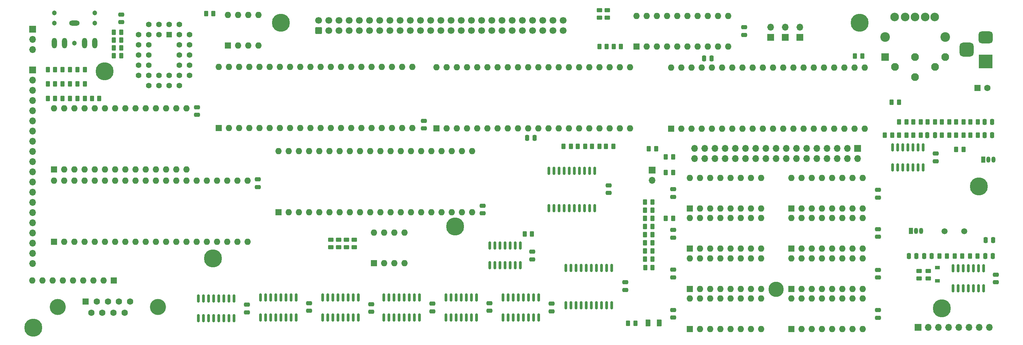
<source format=gbr>
%TF.GenerationSoftware,KiCad,Pcbnew,7.0.1*%
%TF.CreationDate,2023-03-15T00:19:44+00:00*%
%TF.ProjectId,CPC464-2MINI,43504334-3634-42d3-924d-494e492e6b69,rev?*%
%TF.SameCoordinates,Original*%
%TF.FileFunction,Soldermask,Top*%
%TF.FilePolarity,Negative*%
%FSLAX46Y46*%
G04 Gerber Fmt 4.6, Leading zero omitted, Abs format (unit mm)*
G04 Created by KiCad (PCBNEW 7.0.1) date 2023-03-15 00:19:44*
%MOMM*%
%LPD*%
G01*
G04 APERTURE LIST*
G04 Aperture macros list*
%AMRoundRect*
0 Rectangle with rounded corners*
0 $1 Rounding radius*
0 $2 $3 $4 $5 $6 $7 $8 $9 X,Y pos of 4 corners*
0 Add a 4 corners polygon primitive as box body*
4,1,4,$2,$3,$4,$5,$6,$7,$8,$9,$2,$3,0*
0 Add four circle primitives for the rounded corners*
1,1,$1+$1,$2,$3*
1,1,$1+$1,$4,$5*
1,1,$1+$1,$6,$7*
1,1,$1+$1,$8,$9*
0 Add four rect primitives between the rounded corners*
20,1,$1+$1,$2,$3,$4,$5,0*
20,1,$1+$1,$4,$5,$6,$7,0*
20,1,$1+$1,$6,$7,$8,$9,0*
20,1,$1+$1,$8,$9,$2,$3,0*%
G04 Aperture macros list end*
%ADD10C,4.500000*%
%ADD11R,1.200000X0.900000*%
%ADD12R,1.600000X1.600000*%
%ADD13O,1.600000X1.600000*%
%ADD14RoundRect,0.250000X-0.262500X-0.450000X0.262500X-0.450000X0.262500X0.450000X-0.262500X0.450000X0*%
%ADD15RoundRect,0.150000X0.150000X-0.825000X0.150000X0.825000X-0.150000X0.825000X-0.150000X-0.825000X0*%
%ADD16RoundRect,0.250000X-0.450000X0.262500X-0.450000X-0.262500X0.450000X-0.262500X0.450000X0.262500X0*%
%ADD17RoundRect,0.250000X0.475000X-0.250000X0.475000X0.250000X-0.475000X0.250000X-0.475000X-0.250000X0*%
%ADD18R,1.050000X1.500000*%
%ADD19O,1.050000X1.500000*%
%ADD20RoundRect,0.250000X0.262500X0.450000X-0.262500X0.450000X-0.262500X-0.450000X0.262500X-0.450000X0*%
%ADD21RoundRect,0.250000X0.450000X-0.262500X0.450000X0.262500X-0.450000X0.262500X-0.450000X-0.262500X0*%
%ADD22R,1.700000X1.700000*%
%ADD23O,1.700000X1.700000*%
%ADD24C,4.000000*%
%ADD25C,1.600000*%
%ADD26RoundRect,0.250000X-0.250000X-0.475000X0.250000X-0.475000X0.250000X0.475000X-0.250000X0.475000X0*%
%ADD27RoundRect,0.250000X-0.475000X0.250000X-0.475000X-0.250000X0.475000X-0.250000X0.475000X0.250000X0*%
%ADD28C,1.200000*%
%ADD29O,2.616000X1.308000*%
%ADD30O,1.308000X2.616000*%
%ADD31C,3.800000*%
%ADD32C,2.400000*%
%ADD33R,1.950000X1.950000*%
%ADD34C,1.950000*%
%ADD35C,2.150000*%
%ADD36RoundRect,0.150000X0.150000X-0.875000X0.150000X0.875000X-0.150000X0.875000X-0.150000X-0.875000X0*%
%ADD37C,1.500000*%
%ADD38RoundRect,0.250000X0.600000X-0.600000X0.600000X0.600000X-0.600000X0.600000X-0.600000X-0.600000X0*%
%ADD39C,1.700000*%
%ADD40RoundRect,0.250000X0.250000X0.475000X-0.250000X0.475000X-0.250000X-0.475000X0.250000X-0.475000X0*%
%ADD41RoundRect,0.250000X0.375000X0.625000X-0.375000X0.625000X-0.375000X-0.625000X0.375000X-0.625000X0*%
%ADD42R,1.422400X1.422400*%
%ADD43C,1.422400*%
%ADD44R,3.500000X3.500000*%
%ADD45RoundRect,0.750000X-1.000000X0.750000X-1.000000X-0.750000X1.000000X-0.750000X1.000000X0.750000X0*%
%ADD46RoundRect,0.875000X-0.875000X0.875000X-0.875000X-0.875000X0.875000X-0.875000X0.875000X0.875000X0*%
G04 APERTURE END LIST*
D10*
%TO.C,H9*%
X35788600Y-43840400D03*
%TD*%
D11*
%TO.C,D101*%
X243353400Y-96083600D03*
X243353400Y-92783600D03*
%TD*%
D12*
%TO.C,SW1*%
X102930000Y-91725000D03*
D13*
X105470000Y-91725000D03*
X108010000Y-91725000D03*
X110550000Y-91725000D03*
X110550000Y-84105000D03*
X108010000Y-84105000D03*
X105470000Y-84105000D03*
X102930000Y-84105000D03*
%TD*%
D14*
%TO.C,R121*%
X21637500Y-50600000D03*
X23462500Y-50600000D03*
%TD*%
D12*
%TO.C,IC111*%
X118525000Y-58075000D03*
D13*
X121065000Y-58075000D03*
X123605000Y-58075000D03*
X126145000Y-58075000D03*
X128685000Y-58075000D03*
X131225000Y-58075000D03*
X133765000Y-58075000D03*
X136305000Y-58075000D03*
X138845000Y-58075000D03*
X141385000Y-58075000D03*
X143925000Y-58075000D03*
X146465000Y-58075000D03*
X149005000Y-58075000D03*
X151545000Y-58075000D03*
X154085000Y-58075000D03*
X156625000Y-58075000D03*
X159165000Y-58075000D03*
X161705000Y-58075000D03*
X164245000Y-58075000D03*
X166785000Y-58075000D03*
X166785000Y-42835000D03*
X164245000Y-42835000D03*
X161705000Y-42835000D03*
X159165000Y-42835000D03*
X156625000Y-42835000D03*
X154085000Y-42835000D03*
X151545000Y-42835000D03*
X149005000Y-42835000D03*
X146465000Y-42835000D03*
X143925000Y-42835000D03*
X141385000Y-42835000D03*
X138845000Y-42835000D03*
X136305000Y-42835000D03*
X133765000Y-42835000D03*
X131225000Y-42835000D03*
X128685000Y-42835000D03*
X126145000Y-42835000D03*
X123605000Y-42835000D03*
X121065000Y-42835000D03*
X118525000Y-42835000D03*
%TD*%
D14*
%TO.C,R133*%
X237382000Y-56498000D03*
X239207000Y-56498000D03*
%TD*%
D15*
%TO.C,IC125*%
X247265000Y-97950000D03*
X248535000Y-97950000D03*
X249805000Y-97950000D03*
X251075000Y-97950000D03*
X252345000Y-97950000D03*
X253615000Y-97950000D03*
X254885000Y-97950000D03*
X254885000Y-93000000D03*
X253615000Y-93000000D03*
X252345000Y-93000000D03*
X251075000Y-93000000D03*
X249805000Y-93000000D03*
X248535000Y-93000000D03*
X247265000Y-93000000D03*
%TD*%
D16*
%TO.C,R104*%
X159150000Y-28637500D03*
X159150000Y-30462500D03*
%TD*%
D17*
%TO.C,C108*%
X228592000Y-85090000D03*
X228592000Y-83190000D03*
%TD*%
D18*
%TO.C,Q101*%
X236825600Y-83668400D03*
D19*
X238095600Y-83668400D03*
X239365600Y-83668400D03*
%TD*%
D17*
%TO.C,C105*%
X177502200Y-75168600D03*
X177502200Y-73268600D03*
%TD*%
D12*
%TO.C,IC118*%
X181651200Y-88061600D03*
D13*
X184191200Y-88061600D03*
X186731200Y-88061600D03*
X189271200Y-88061600D03*
X191811200Y-88061600D03*
X194351200Y-88061600D03*
X196891200Y-88061600D03*
X199431200Y-88061600D03*
X199431200Y-80441600D03*
X196891200Y-80441600D03*
X194351200Y-80441600D03*
X191811200Y-80441600D03*
X189271200Y-80441600D03*
X186731200Y-80441600D03*
X184191200Y-80441600D03*
X181651200Y-80441600D03*
%TD*%
D20*
%TO.C,R160*%
X173262500Y-63150000D03*
X171437500Y-63150000D03*
%TD*%
D10*
%TO.C,H4*%
X244500400Y-102920800D03*
%TD*%
D21*
%TO.C,R105*%
X98000000Y-87712500D03*
X98000000Y-85887500D03*
%TD*%
D17*
%TO.C,C110*%
X228592000Y-95250000D03*
X228592000Y-93350000D03*
%TD*%
D15*
%TO.C,IC113*%
X135128000Y-105222000D03*
X136398000Y-105222000D03*
X137668000Y-105222000D03*
X138938000Y-105222000D03*
X140208000Y-105222000D03*
X141478000Y-105222000D03*
X142748000Y-105222000D03*
X144018000Y-105222000D03*
X144018000Y-100272000D03*
X142748000Y-100272000D03*
X141478000Y-100272000D03*
X140208000Y-100272000D03*
X138938000Y-100272000D03*
X137668000Y-100272000D03*
X136398000Y-100272000D03*
X135128000Y-100272000D03*
%TD*%
D16*
%TO.C,R155*%
X238781400Y-95473100D03*
X238781400Y-93648100D03*
%TD*%
D10*
%TO.C,H5*%
X253746000Y-72593200D03*
%TD*%
D17*
%TO.C,C121*%
X131699000Y-103570000D03*
X131699000Y-101670000D03*
%TD*%
D14*
%TO.C,R141*%
X224663000Y-40005000D03*
X222838000Y-40005000D03*
%TD*%
%TO.C,R131*%
X248050000Y-59800000D03*
X249875000Y-59800000D03*
%TD*%
D10*
%TO.C,H2*%
X224028000Y-31750000D03*
%TD*%
D14*
%TO.C,R126*%
X248050000Y-56498000D03*
X249875000Y-56498000D03*
%TD*%
D15*
%TO.C,IC110*%
X120904000Y-105222000D03*
X122174000Y-105222000D03*
X123444000Y-105222000D03*
X124714000Y-105222000D03*
X125984000Y-105222000D03*
X127254000Y-105222000D03*
X128524000Y-105222000D03*
X128524000Y-100272000D03*
X127254000Y-100272000D03*
X125984000Y-100272000D03*
X124714000Y-100272000D03*
X123444000Y-100272000D03*
X122174000Y-100272000D03*
X120904000Y-100272000D03*
%TD*%
D22*
%TO.C,CP1*%
X238571800Y-107696000D03*
D23*
X241111800Y-107696000D03*
X243651800Y-107696000D03*
X246191800Y-107696000D03*
X248731800Y-107696000D03*
X251271800Y-107696000D03*
X253811800Y-107696000D03*
X256351800Y-107696000D03*
%TD*%
D24*
%TO.C,J102*%
X24116800Y-102649300D03*
X49116800Y-102649300D03*
D12*
X31076800Y-101229300D03*
D25*
X33846800Y-101229300D03*
X36616800Y-101229300D03*
X39386800Y-101229300D03*
X42156800Y-101229300D03*
X32461800Y-104069300D03*
X35231800Y-104069300D03*
X38001800Y-104069300D03*
X40771800Y-104069300D03*
%TD*%
D18*
%TO.C,Q102*%
X254846500Y-65867000D03*
D19*
X256116500Y-65867000D03*
X257386500Y-65867000D03*
%TD*%
D26*
%TO.C,C134*%
X255124500Y-56498000D03*
X257024500Y-56498000D03*
%TD*%
D16*
%TO.C,R103*%
X161100000Y-28637500D03*
X161100000Y-30462500D03*
%TD*%
D26*
%TO.C,C131*%
X255375000Y-85950000D03*
X257275000Y-85950000D03*
%TD*%
D20*
%TO.C,R118*%
X27150000Y-43450000D03*
X25325000Y-43450000D03*
%TD*%
D17*
%TO.C,C106*%
X228592000Y-75311000D03*
X228592000Y-73411000D03*
%TD*%
D14*
%TO.C,R120*%
X25325000Y-46950000D03*
X27150000Y-46950000D03*
%TD*%
D20*
%TO.C,R1253*%
X39932500Y-34150000D03*
X38107500Y-34150000D03*
%TD*%
D12*
%TO.C,IC121*%
X206975000Y-78054000D03*
D13*
X209515000Y-78054000D03*
X212055000Y-78054000D03*
X214595000Y-78054000D03*
X217135000Y-78054000D03*
X219675000Y-78054000D03*
X222215000Y-78054000D03*
X224755000Y-78054000D03*
X224755000Y-70434000D03*
X222215000Y-70434000D03*
X219675000Y-70434000D03*
X217135000Y-70434000D03*
X214595000Y-70434000D03*
X212055000Y-70434000D03*
X209515000Y-70434000D03*
X206975000Y-70434000D03*
%TD*%
D27*
%TO.C,C126*%
X195180000Y-32875000D03*
X195180000Y-34775000D03*
%TD*%
D28*
%TO.C,J103*%
X33295600Y-29300800D03*
X23295600Y-29300800D03*
X33295600Y-31800800D03*
X23295600Y-31800800D03*
X28295600Y-36800800D03*
D29*
X28295600Y-31800800D03*
D30*
X23295600Y-36800800D03*
X33295600Y-36800800D03*
X25795600Y-36800800D03*
X30795600Y-36800800D03*
%TD*%
D14*
%TO.C,R150*%
X170525000Y-76451000D03*
X172350000Y-76451000D03*
%TD*%
D17*
%TO.C,C117*%
X147193000Y-103697000D03*
X147193000Y-101797000D03*
%TD*%
D14*
%TO.C,R111*%
X247749500Y-89912400D03*
X249574500Y-89912400D03*
%TD*%
%TO.C,R136*%
X233826000Y-59800000D03*
X235651000Y-59800000D03*
%TD*%
%TO.C,R147*%
X170525000Y-82547000D03*
X172350000Y-82547000D03*
%TD*%
%TO.C,R153*%
X170525000Y-86611000D03*
X172350000Y-86611000D03*
%TD*%
D17*
%TO.C,C127*%
X86741000Y-103570000D03*
X86741000Y-101670000D03*
%TD*%
D12*
%TO.C,IC119*%
X181651200Y-98104600D03*
D13*
X184191200Y-98104600D03*
X186731200Y-98104600D03*
X189271200Y-98104600D03*
X191811200Y-98104600D03*
X194351200Y-98104600D03*
X196891200Y-98104600D03*
X199431200Y-98104600D03*
X199431200Y-90484600D03*
X196891200Y-90484600D03*
X194351200Y-90484600D03*
X191811200Y-90484600D03*
X189271200Y-90484600D03*
X186731200Y-90484600D03*
X184191200Y-90484600D03*
X181651200Y-90484600D03*
%TD*%
D14*
%TO.C,R115*%
X32625000Y-50600000D03*
X34450000Y-50600000D03*
%TD*%
D22*
%TO.C,LK5*%
X201850000Y-35400000D03*
D23*
X201850000Y-32860000D03*
%TD*%
D27*
%TO.C,C116*%
X142380000Y-88825000D03*
X142380000Y-90725000D03*
%TD*%
D14*
%TO.C,R143*%
X243939500Y-89912400D03*
X245764500Y-89912400D03*
%TD*%
%TO.C,R130*%
X237382000Y-59800000D03*
X239207000Y-59800000D03*
%TD*%
D26*
%TO.C,C135*%
X240877500Y-59800000D03*
X242777500Y-59800000D03*
%TD*%
D14*
%TO.C,R122*%
X21637500Y-43450000D03*
X23462500Y-43450000D03*
%TD*%
%TO.C,R137*%
X244494000Y-56498000D03*
X246319000Y-56498000D03*
%TD*%
%TO.C,R128*%
X251606000Y-56498000D03*
X253431000Y-56498000D03*
%TD*%
D31*
%TO.C,H8*%
X203149200Y-98171000D03*
%TD*%
D26*
%TO.C,C133*%
X255124500Y-59800000D03*
X257024500Y-59800000D03*
%TD*%
D14*
%TO.C,R142*%
X162687500Y-37675000D03*
X164512500Y-37675000D03*
%TD*%
D12*
%TO.C,IC117*%
X181651200Y-78038600D03*
D13*
X184191200Y-78038600D03*
X186731200Y-78038600D03*
X189271200Y-78038600D03*
X191811200Y-78038600D03*
X194351200Y-78038600D03*
X196891200Y-78038600D03*
X199431200Y-78038600D03*
X199431200Y-70418600D03*
X196891200Y-70418600D03*
X194351200Y-70418600D03*
X191811200Y-70418600D03*
X189271200Y-70418600D03*
X186731200Y-70418600D03*
X184191200Y-70418600D03*
X181651200Y-70418600D03*
%TD*%
D22*
%TO.C,J105*%
X17830800Y-33324800D03*
D23*
X17830800Y-35864800D03*
X17830800Y-38404800D03*
%TD*%
D22*
%TO.C,LK6*%
X205475000Y-35400000D03*
D23*
X205475000Y-32860000D03*
%TD*%
D32*
%TO.C,J101*%
X245327500Y-35273200D03*
X230327500Y-35273200D03*
D33*
X230327500Y-40273200D03*
D34*
X232827500Y-42773200D03*
X237827500Y-40273200D03*
X242827500Y-42773200D03*
X245327500Y-40273200D03*
X237827500Y-45273200D03*
D35*
X242747500Y-30320200D03*
X240327500Y-30273200D03*
X237827500Y-30320200D03*
X235327500Y-30273200D03*
X232747500Y-30320200D03*
%TD*%
D12*
%TO.C,IC141*%
X23140000Y-86340000D03*
D13*
X25680000Y-86340000D03*
X28220000Y-86340000D03*
X30760000Y-86340000D03*
X33300000Y-86340000D03*
X35840000Y-86340000D03*
X38380000Y-86340000D03*
X40920000Y-86340000D03*
X43460000Y-86340000D03*
X46000000Y-86340000D03*
X48540000Y-86340000D03*
X51080000Y-86340000D03*
X53620000Y-86340000D03*
X56160000Y-86340000D03*
X58700000Y-86340000D03*
X61240000Y-86340000D03*
X63780000Y-86340000D03*
X66320000Y-86340000D03*
X68860000Y-86340000D03*
X71400000Y-86340000D03*
X71400000Y-71100000D03*
X68860000Y-71100000D03*
X66320000Y-71100000D03*
X63780000Y-71100000D03*
X61240000Y-71100000D03*
X58700000Y-71100000D03*
X56160000Y-71100000D03*
X53620000Y-71100000D03*
X51080000Y-71100000D03*
X48540000Y-71100000D03*
X46000000Y-71100000D03*
X43460000Y-71100000D03*
X40920000Y-71100000D03*
X38380000Y-71100000D03*
X35840000Y-71100000D03*
X33300000Y-71100000D03*
X30760000Y-71100000D03*
X28220000Y-71100000D03*
X25680000Y-71100000D03*
X23140000Y-71100000D03*
%TD*%
D36*
%TO.C,IC115*%
X150749000Y-102186000D03*
X152019000Y-102186000D03*
X153289000Y-102186000D03*
X154559000Y-102186000D03*
X155829000Y-102186000D03*
X157099000Y-102186000D03*
X158369000Y-102186000D03*
X159639000Y-102186000D03*
X160909000Y-102186000D03*
X162179000Y-102186000D03*
X162179000Y-92886000D03*
X160909000Y-92886000D03*
X159639000Y-92886000D03*
X158369000Y-92886000D03*
X157099000Y-92886000D03*
X155829000Y-92886000D03*
X154559000Y-92886000D03*
X153289000Y-92886000D03*
X152019000Y-92886000D03*
X150749000Y-92886000D03*
%TD*%
D12*
%TO.C,SW1250*%
X66550000Y-37425000D03*
D13*
X69090000Y-37425000D03*
X71630000Y-37425000D03*
X74170000Y-37425000D03*
X74170000Y-29805000D03*
X71630000Y-29805000D03*
X69090000Y-29805000D03*
X66550000Y-29805000D03*
%TD*%
D37*
%TO.C,X101*%
X245170600Y-83765600D03*
X250050600Y-83765600D03*
%TD*%
D20*
%TO.C,R1250*%
X39932500Y-40000000D03*
X38107500Y-40000000D03*
%TD*%
D17*
%TO.C,C122*%
X117475000Y-103697000D03*
X117475000Y-101797000D03*
%TD*%
D14*
%TO.C,R161*%
X170537500Y-92800000D03*
X172362500Y-92800000D03*
%TD*%
%TO.C,R119*%
X29012500Y-43450000D03*
X30837500Y-43450000D03*
%TD*%
%TO.C,R135*%
X240938000Y-56498000D03*
X242763000Y-56498000D03*
%TD*%
D38*
%TO.C,PL1*%
X89159000Y-33660000D03*
D39*
X89159000Y-31120000D03*
X91699000Y-33660000D03*
X91699000Y-31120000D03*
X94239000Y-33660000D03*
X94239000Y-31120000D03*
X96779000Y-33660000D03*
X96779000Y-31120000D03*
X99319000Y-33660000D03*
X99319000Y-31120000D03*
X101859000Y-33660000D03*
X101859000Y-31120000D03*
X104399000Y-33660000D03*
X104399000Y-31120000D03*
X106939000Y-33660000D03*
X106939000Y-31120000D03*
X109479000Y-33660000D03*
X109479000Y-31120000D03*
X112019000Y-33660000D03*
X112019000Y-31120000D03*
X114559000Y-33660000D03*
X114559000Y-31120000D03*
X117099000Y-33660000D03*
X117099000Y-31120000D03*
X119639000Y-33660000D03*
X119639000Y-31120000D03*
X122179000Y-33660000D03*
X122179000Y-31120000D03*
X124719000Y-33660000D03*
X124719000Y-31120000D03*
X127259000Y-33660000D03*
X127259000Y-31120000D03*
X129799000Y-33660000D03*
X129799000Y-31120000D03*
X132339000Y-33660000D03*
X132339000Y-31120000D03*
X134879000Y-33660000D03*
X134879000Y-31120000D03*
X137419000Y-33660000D03*
X137419000Y-31120000D03*
X139959000Y-33660000D03*
X139959000Y-31120000D03*
X142499000Y-33660000D03*
X142499000Y-31120000D03*
X145039000Y-33660000D03*
X145039000Y-31120000D03*
X147579000Y-33660000D03*
X147579000Y-31120000D03*
X150119000Y-33660000D03*
X150119000Y-31120000D03*
%TD*%
D40*
%TO.C,C132*%
X257232000Y-89912400D03*
X255332000Y-89912400D03*
%TD*%
D22*
%TO.C,J340*%
X172300000Y-68525000D03*
D23*
X172300000Y-71065000D03*
%TD*%
D22*
%TO.C,LK8*%
X209125000Y-35400000D03*
D23*
X209125000Y-32860000D03*
%TD*%
D10*
%TO.C,H3*%
X18034000Y-107797600D03*
%TD*%
D14*
%TO.C,R146*%
X170525000Y-80515000D03*
X172350000Y-80515000D03*
%TD*%
D21*
%TO.C,R108*%
X92175000Y-87712500D03*
X92175000Y-85887500D03*
%TD*%
D14*
%TO.C,R112*%
X159137500Y-37675000D03*
X160962500Y-37675000D03*
%TD*%
D27*
%TO.C,C125*%
X39970000Y-29700000D03*
X39970000Y-31600000D03*
%TD*%
D15*
%TO.C,IC101*%
X59182000Y-105410000D03*
X60452000Y-105410000D03*
X61722000Y-105410000D03*
X62992000Y-105410000D03*
X64262000Y-105410000D03*
X65532000Y-105410000D03*
X66802000Y-105410000D03*
X68072000Y-105410000D03*
X68072000Y-100460000D03*
X66802000Y-100460000D03*
X65532000Y-100460000D03*
X64262000Y-100460000D03*
X62992000Y-100460000D03*
X61722000Y-100460000D03*
X60452000Y-100460000D03*
X59182000Y-100460000D03*
%TD*%
D14*
%TO.C,R149*%
X170525000Y-90675000D03*
X172350000Y-90675000D03*
%TD*%
D22*
%TO.C,CP2*%
X17830800Y-43484800D03*
D23*
X17830800Y-46024800D03*
X17830800Y-48564800D03*
X17830800Y-51104800D03*
X17830800Y-53644800D03*
X17830800Y-56184800D03*
X17830800Y-58724800D03*
X17830800Y-61264800D03*
X17830800Y-63804800D03*
X17830800Y-66344800D03*
X17830800Y-68884800D03*
X17830800Y-71424800D03*
X17830800Y-73964800D03*
X17830800Y-76504800D03*
X17830800Y-79044800D03*
X17830800Y-81584800D03*
X17830800Y-84124800D03*
X17830800Y-86664800D03*
X17830800Y-89204800D03*
X17830800Y-91744800D03*
%TD*%
D14*
%TO.C,R123*%
X21637500Y-46950000D03*
X23462500Y-46950000D03*
%TD*%
D12*
%TO.C,NR1*%
X38075000Y-96025000D03*
D13*
X35535000Y-96025000D03*
X32995000Y-96025000D03*
X30455000Y-96025000D03*
X27915000Y-96025000D03*
X25375000Y-96025000D03*
X22835000Y-96025000D03*
X20295000Y-96025000D03*
X17755000Y-96025000D03*
%TD*%
D12*
%TO.C,IC116*%
X177043000Y-58171000D03*
D13*
X179583000Y-58171000D03*
X182123000Y-58171000D03*
X184663000Y-58171000D03*
X187203000Y-58171000D03*
X189743000Y-58171000D03*
X192283000Y-58171000D03*
X194823000Y-58171000D03*
X197363000Y-58171000D03*
X199903000Y-58171000D03*
X202443000Y-58171000D03*
X204983000Y-58171000D03*
X207523000Y-58171000D03*
X210063000Y-58171000D03*
X212603000Y-58171000D03*
X215143000Y-58171000D03*
X217683000Y-58171000D03*
X220223000Y-58171000D03*
X222763000Y-58171000D03*
X225303000Y-58171000D03*
X225303000Y-42931000D03*
X222763000Y-42931000D03*
X220223000Y-42931000D03*
X217683000Y-42931000D03*
X215143000Y-42931000D03*
X212603000Y-42931000D03*
X210063000Y-42931000D03*
X207523000Y-42931000D03*
X204983000Y-42931000D03*
X202443000Y-42931000D03*
X199903000Y-42931000D03*
X197363000Y-42931000D03*
X194823000Y-42931000D03*
X192283000Y-42931000D03*
X189743000Y-42931000D03*
X187203000Y-42931000D03*
X184663000Y-42931000D03*
X182123000Y-42931000D03*
X179583000Y-42931000D03*
X177043000Y-42931000D03*
%TD*%
D21*
%TO.C,R106*%
X96075000Y-87712500D03*
X96075000Y-85887500D03*
%TD*%
D20*
%TO.C,R1252*%
X39932500Y-36100000D03*
X38107500Y-36100000D03*
%TD*%
D14*
%TO.C,R134*%
X230270000Y-59800000D03*
X232095000Y-59800000D03*
%TD*%
D17*
%TO.C,C123*%
X102235000Y-103824000D03*
X102235000Y-101924000D03*
%TD*%
D12*
%TO.C,IC900*%
X168350000Y-37700000D03*
D13*
X170890000Y-37700000D03*
X173430000Y-37700000D03*
X175970000Y-37700000D03*
X178510000Y-37700000D03*
X181050000Y-37700000D03*
X183590000Y-37700000D03*
X186130000Y-37700000D03*
X188670000Y-37700000D03*
X191210000Y-37700000D03*
X191210000Y-30080000D03*
X188670000Y-30080000D03*
X186130000Y-30080000D03*
X183590000Y-30080000D03*
X181050000Y-30080000D03*
X178510000Y-30080000D03*
X175970000Y-30080000D03*
X173430000Y-30080000D03*
X170890000Y-30080000D03*
X168350000Y-30080000D03*
%TD*%
D10*
%TO.C,H6*%
X62788800Y-90474800D03*
%TD*%
D15*
%TO.C,IC104*%
X74676000Y-105222000D03*
X75946000Y-105222000D03*
X77216000Y-105222000D03*
X78486000Y-105222000D03*
X79756000Y-105222000D03*
X81026000Y-105222000D03*
X82296000Y-105222000D03*
X83566000Y-105222000D03*
X83566000Y-100272000D03*
X82296000Y-100272000D03*
X81026000Y-100272000D03*
X79756000Y-100272000D03*
X78486000Y-100272000D03*
X77216000Y-100272000D03*
X75946000Y-100272000D03*
X74676000Y-100272000D03*
%TD*%
D17*
%TO.C,C112*%
X228592000Y-105283000D03*
X228592000Y-103383000D03*
%TD*%
D14*
%TO.C,R145*%
X251559500Y-89912400D03*
X253384500Y-89912400D03*
%TD*%
D17*
%TO.C,C137*%
X73975000Y-72690000D03*
X73975000Y-70790000D03*
%TD*%
D14*
%TO.C,R109*%
X150194600Y-62525000D03*
X152019600Y-62525000D03*
%TD*%
D17*
%TO.C,C114*%
X161417000Y-74164000D03*
X161417000Y-72264000D03*
%TD*%
D12*
%TO.C,IC122*%
X206975000Y-88077000D03*
D13*
X209515000Y-88077000D03*
X212055000Y-88077000D03*
X214595000Y-88077000D03*
X217135000Y-88077000D03*
X219675000Y-88077000D03*
X222215000Y-88077000D03*
X224755000Y-88077000D03*
X224755000Y-80457000D03*
X222215000Y-80457000D03*
X219675000Y-80457000D03*
X217135000Y-80457000D03*
X214595000Y-80457000D03*
X212055000Y-80457000D03*
X209515000Y-80457000D03*
X206975000Y-80457000D03*
%TD*%
D12*
%TO.C,IC120*%
X181651200Y-108127600D03*
D13*
X184191200Y-108127600D03*
X186731200Y-108127600D03*
X189271200Y-108127600D03*
X191811200Y-108127600D03*
X194351200Y-108127600D03*
X196891200Y-108127600D03*
X199431200Y-108127600D03*
X199431200Y-100507600D03*
X196891200Y-100507600D03*
X194351200Y-100507600D03*
X191811200Y-100507600D03*
X189271200Y-100507600D03*
X186731200Y-100507600D03*
X184191200Y-100507600D03*
X181651200Y-100507600D03*
%TD*%
D17*
%TO.C,C120*%
X130000000Y-79275000D03*
X130000000Y-77375000D03*
%TD*%
D41*
%TO.C,D102*%
X174050000Y-106625000D03*
X171250000Y-106625000D03*
%TD*%
D14*
%TO.C,R132*%
X251606000Y-59800000D03*
X253431000Y-59800000D03*
%TD*%
D40*
%TO.C,C136*%
X142975000Y-60450000D03*
X141075000Y-60450000D03*
%TD*%
D17*
%TO.C,C115*%
X165608000Y-98359000D03*
X165608000Y-96459000D03*
%TD*%
D20*
%TO.C,R138*%
X168112500Y-106675000D03*
X166287500Y-106675000D03*
%TD*%
D21*
%TO.C,R101*%
X241075000Y-93648100D03*
X241075000Y-95473100D03*
%TD*%
D26*
%TO.C,C102*%
X236282000Y-89912400D03*
X238182000Y-89912400D03*
%TD*%
D14*
%TO.C,R124*%
X140487500Y-84400000D03*
X142312500Y-84400000D03*
%TD*%
D26*
%TO.C,C130*%
X240092000Y-89912400D03*
X241992000Y-89912400D03*
%TD*%
D15*
%TO.C,IC105*%
X90170000Y-105222000D03*
X91440000Y-105222000D03*
X92710000Y-105222000D03*
X93980000Y-105222000D03*
X95250000Y-105222000D03*
X96520000Y-105222000D03*
X97790000Y-105222000D03*
X99060000Y-105222000D03*
X99060000Y-100272000D03*
X97790000Y-100272000D03*
X96520000Y-100272000D03*
X95250000Y-100272000D03*
X93980000Y-100272000D03*
X92710000Y-100272000D03*
X91440000Y-100272000D03*
X90170000Y-100272000D03*
%TD*%
D17*
%TO.C,C113*%
X242933800Y-66264800D03*
X242933800Y-64364800D03*
%TD*%
D14*
%TO.C,R127*%
X248062500Y-63325000D03*
X249887500Y-63325000D03*
%TD*%
%TO.C,R102*%
X157312500Y-62525000D03*
X159137500Y-62525000D03*
%TD*%
%TO.C,R152*%
X170525000Y-84579000D03*
X172350000Y-84579000D03*
%TD*%
D12*
%TO.C,C101*%
X253363200Y-47973200D03*
D25*
X255863200Y-47973200D03*
%TD*%
D14*
%TO.C,R129*%
X233826000Y-56498000D03*
X235651000Y-56498000D03*
%TD*%
D15*
%TO.C,IC109*%
X105410000Y-105222000D03*
X106680000Y-105222000D03*
X107950000Y-105222000D03*
X109220000Y-105222000D03*
X110490000Y-105222000D03*
X111760000Y-105222000D03*
X113030000Y-105222000D03*
X114300000Y-105222000D03*
X114300000Y-100272000D03*
X113030000Y-100272000D03*
X111760000Y-100272000D03*
X110490000Y-100272000D03*
X109220000Y-100272000D03*
X107950000Y-100272000D03*
X106680000Y-100272000D03*
X105410000Y-100272000D03*
%TD*%
D36*
%TO.C,IC114*%
X146558000Y-77991000D03*
X147828000Y-77991000D03*
X149098000Y-77991000D03*
X150368000Y-77991000D03*
X151638000Y-77991000D03*
X152908000Y-77991000D03*
X154178000Y-77991000D03*
X155448000Y-77991000D03*
X156718000Y-77991000D03*
X157988000Y-77991000D03*
X157988000Y-68691000D03*
X156718000Y-68691000D03*
X155448000Y-68691000D03*
X154178000Y-68691000D03*
X152908000Y-68691000D03*
X151638000Y-68691000D03*
X150368000Y-68691000D03*
X149098000Y-68691000D03*
X147828000Y-68691000D03*
X146558000Y-68691000D03*
%TD*%
D17*
%TO.C,C124*%
X58825000Y-54690000D03*
X58825000Y-52790000D03*
%TD*%
D14*
%TO.C,R148*%
X170525000Y-88643000D03*
X172350000Y-88643000D03*
%TD*%
D20*
%TO.C,R144*%
X177481000Y-65225000D03*
X175656000Y-65225000D03*
%TD*%
D26*
%TO.C,C104*%
X185225000Y-40650000D03*
X187125000Y-40650000D03*
%TD*%
D17*
%TO.C,C107*%
X177502200Y-85328600D03*
X177502200Y-83428600D03*
%TD*%
D10*
%TO.C,H1*%
X79756000Y-31750000D03*
%TD*%
D14*
%TO.C,R157*%
X175656000Y-69050000D03*
X177481000Y-69050000D03*
%TD*%
D12*
%TO.C,IC123*%
X206975000Y-98120000D03*
D13*
X209515000Y-98120000D03*
X212055000Y-98120000D03*
X214595000Y-98120000D03*
X217135000Y-98120000D03*
X219675000Y-98120000D03*
X222215000Y-98120000D03*
X224755000Y-98120000D03*
X224755000Y-90500000D03*
X222215000Y-90500000D03*
X219675000Y-90500000D03*
X217135000Y-90500000D03*
X214595000Y-90500000D03*
X212055000Y-90500000D03*
X209515000Y-90500000D03*
X206975000Y-90500000D03*
%TD*%
%TO.C,IC102*%
X23150000Y-53100000D03*
X25690000Y-53100000D03*
X28230000Y-53100000D03*
X30770000Y-53100000D03*
X33310000Y-53100000D03*
X35850000Y-53100000D03*
X38390000Y-53100000D03*
X40930000Y-53100000D03*
X43470000Y-53100000D03*
X46010000Y-53100000D03*
X48550000Y-53100000D03*
X51090000Y-53100000D03*
X53630000Y-53100000D03*
X56170000Y-53100000D03*
X56170000Y-68340000D03*
X53630000Y-68340000D03*
X51090000Y-68340000D03*
X48550000Y-68340000D03*
X46010000Y-68340000D03*
X43470000Y-68340000D03*
X40930000Y-68340000D03*
X38390000Y-68340000D03*
X35850000Y-68340000D03*
X33310000Y-68340000D03*
X30770000Y-68340000D03*
X28230000Y-68340000D03*
X25690000Y-68340000D03*
D12*
X23150000Y-68340000D03*
%TD*%
D22*
%TO.C,J900*%
X223525000Y-63063200D03*
D23*
X223525000Y-65603200D03*
X220985000Y-63063200D03*
X220985000Y-65603200D03*
X218445000Y-63063200D03*
X218445000Y-65603200D03*
X215905000Y-63063200D03*
X215905000Y-65603200D03*
X213365000Y-63063200D03*
X213365000Y-65603200D03*
X210825000Y-63063200D03*
X210825000Y-65603200D03*
X208285000Y-63063200D03*
X208285000Y-65603200D03*
X205745000Y-63063200D03*
X205745000Y-65603200D03*
X203205000Y-63063200D03*
X203205000Y-65603200D03*
X200665000Y-63063200D03*
X200665000Y-65603200D03*
X198125000Y-63063200D03*
X198125000Y-65603200D03*
X195585000Y-63063200D03*
X195585000Y-65603200D03*
X193045000Y-63063200D03*
X193045000Y-65603200D03*
X190505000Y-63063200D03*
X190505000Y-65603200D03*
X187965000Y-63063200D03*
X187965000Y-65603200D03*
X185425000Y-63063200D03*
X185425000Y-65603200D03*
X182885000Y-63063200D03*
X182885000Y-65603200D03*
%TD*%
D14*
%TO.C,R117*%
X29012500Y-46950000D03*
X30837500Y-46950000D03*
%TD*%
D21*
%TO.C,R107*%
X94125000Y-87712500D03*
X94125000Y-85887500D03*
%TD*%
D42*
%TO.C,IC1250*%
X51905000Y-34750000D03*
D43*
X49365000Y-32210000D03*
X49365000Y-34750000D03*
X46825000Y-32210000D03*
X44285000Y-34750000D03*
X46825000Y-34750000D03*
X44285000Y-37290000D03*
X46825000Y-37290000D03*
X44285000Y-39830000D03*
X46825000Y-39830000D03*
X44285000Y-42370000D03*
X46825000Y-42370000D03*
X44285000Y-44910000D03*
X46825000Y-47450000D03*
X46825000Y-44910000D03*
X49365000Y-47450000D03*
X49365000Y-44910000D03*
X51905000Y-47450000D03*
X51905000Y-44910000D03*
X54445000Y-47450000D03*
X56985000Y-44910000D03*
X54445000Y-44910000D03*
X56985000Y-42370000D03*
X54445000Y-42370000D03*
X56985000Y-39830000D03*
X54445000Y-39830000D03*
X56985000Y-37290000D03*
X54445000Y-37290000D03*
X56985000Y-34750000D03*
X54445000Y-32210000D03*
X54445000Y-34750000D03*
X51905000Y-32210000D03*
%TD*%
D14*
%TO.C,R125*%
X244494000Y-59800000D03*
X246319000Y-59800000D03*
%TD*%
D20*
%TO.C,R116*%
X27150000Y-50600000D03*
X25325000Y-50600000D03*
%TD*%
D15*
%TO.C,IC112*%
X131775000Y-92200000D03*
X133045000Y-92200000D03*
X134315000Y-92200000D03*
X135585000Y-92200000D03*
X136855000Y-92200000D03*
X138125000Y-92200000D03*
X139395000Y-92200000D03*
X139395000Y-87250000D03*
X138125000Y-87250000D03*
X136855000Y-87250000D03*
X135585000Y-87250000D03*
X134315000Y-87250000D03*
X133045000Y-87250000D03*
X131775000Y-87250000D03*
%TD*%
D10*
%TO.C,H7*%
X123190000Y-82550000D03*
%TD*%
D14*
%TO.C,R156*%
X61062500Y-29500000D03*
X62887500Y-29500000D03*
%TD*%
D12*
%TO.C,IC107*%
X64275000Y-58025000D03*
D13*
X66815000Y-58025000D03*
X69355000Y-58025000D03*
X71895000Y-58025000D03*
X74435000Y-58025000D03*
X76975000Y-58025000D03*
X79515000Y-58025000D03*
X82055000Y-58025000D03*
X84595000Y-58025000D03*
X87135000Y-58025000D03*
X89675000Y-58025000D03*
X92215000Y-58025000D03*
X94755000Y-58025000D03*
X97295000Y-58025000D03*
X99835000Y-58025000D03*
X102375000Y-58025000D03*
X104915000Y-58025000D03*
X107455000Y-58025000D03*
X109995000Y-58025000D03*
X112535000Y-58025000D03*
X112535000Y-42785000D03*
X109995000Y-42785000D03*
X107455000Y-42785000D03*
X104915000Y-42785000D03*
X102375000Y-42785000D03*
X99835000Y-42785000D03*
X97295000Y-42785000D03*
X94755000Y-42785000D03*
X92215000Y-42785000D03*
X89675000Y-42785000D03*
X87135000Y-42785000D03*
X84595000Y-42785000D03*
X82055000Y-42785000D03*
X79515000Y-42785000D03*
X76975000Y-42785000D03*
X74435000Y-42785000D03*
X71895000Y-42785000D03*
X69355000Y-42785000D03*
X66815000Y-42785000D03*
X64275000Y-42785000D03*
%TD*%
D17*
%TO.C,C119*%
X115400000Y-58100000D03*
X115400000Y-56200000D03*
%TD*%
D14*
%TO.C,R114*%
X29012500Y-50600000D03*
X30837500Y-50600000D03*
%TD*%
D12*
%TO.C,IC108*%
X79170000Y-78975000D03*
D13*
X81710000Y-78975000D03*
X84250000Y-78975000D03*
X86790000Y-78975000D03*
X89330000Y-78975000D03*
X91870000Y-78975000D03*
X94410000Y-78975000D03*
X96950000Y-78975000D03*
X99490000Y-78975000D03*
X102030000Y-78975000D03*
X104570000Y-78975000D03*
X107110000Y-78975000D03*
X109650000Y-78975000D03*
X112190000Y-78975000D03*
X114730000Y-78975000D03*
X117270000Y-78975000D03*
X119810000Y-78975000D03*
X122350000Y-78975000D03*
X124890000Y-78975000D03*
X127430000Y-78975000D03*
X127430000Y-63735000D03*
X124890000Y-63735000D03*
X122350000Y-63735000D03*
X119810000Y-63735000D03*
X117270000Y-63735000D03*
X114730000Y-63735000D03*
X112190000Y-63735000D03*
X109650000Y-63735000D03*
X107110000Y-63735000D03*
X104570000Y-63735000D03*
X102030000Y-63735000D03*
X99490000Y-63735000D03*
X96950000Y-63735000D03*
X94410000Y-63735000D03*
X91870000Y-63735000D03*
X89330000Y-63735000D03*
X86790000Y-63735000D03*
X84250000Y-63735000D03*
X81710000Y-63735000D03*
X79170000Y-63735000D03*
%TD*%
D12*
%TO.C,IC124*%
X206975000Y-108143000D03*
D13*
X209515000Y-108143000D03*
X212055000Y-108143000D03*
X214595000Y-108143000D03*
X217135000Y-108143000D03*
X219675000Y-108143000D03*
X222215000Y-108143000D03*
X224755000Y-108143000D03*
X224755000Y-100523000D03*
X222215000Y-100523000D03*
X219675000Y-100523000D03*
X217135000Y-100523000D03*
X214595000Y-100523000D03*
X212055000Y-100523000D03*
X209515000Y-100523000D03*
X206975000Y-100523000D03*
%TD*%
D14*
%TO.C,R110*%
X153733600Y-62525000D03*
X155558600Y-62525000D03*
%TD*%
D44*
%TO.C,J104*%
X255398800Y-41400200D03*
D45*
X255398800Y-35400200D03*
D46*
X250698800Y-38400200D03*
%TD*%
D14*
%TO.C,R113*%
X160787500Y-62550000D03*
X162612500Y-62550000D03*
%TD*%
D27*
%TO.C,C129*%
X257925000Y-94575000D03*
X257925000Y-96475000D03*
%TD*%
D17*
%TO.C,C128*%
X71247000Y-103951000D03*
X71247000Y-102051000D03*
%TD*%
D15*
%TO.C,IC901*%
X232215000Y-67800000D03*
X233485000Y-67800000D03*
X234755000Y-67800000D03*
X236025000Y-67800000D03*
X237295000Y-67800000D03*
X238565000Y-67800000D03*
X239835000Y-67800000D03*
X239835000Y-62850000D03*
X238565000Y-62850000D03*
X237295000Y-62850000D03*
X236025000Y-62850000D03*
X234755000Y-62850000D03*
X233485000Y-62850000D03*
X232215000Y-62850000D03*
%TD*%
D14*
%TO.C,R151*%
X170525000Y-78483000D03*
X172350000Y-78483000D03*
%TD*%
%TO.C,R158*%
X175656000Y-80500000D03*
X177481000Y-80500000D03*
%TD*%
D20*
%TO.C,R1251*%
X39932500Y-38050000D03*
X38107500Y-38050000D03*
%TD*%
D17*
%TO.C,C109*%
X177502200Y-95234600D03*
X177502200Y-93334600D03*
%TD*%
D14*
%TO.C,R140*%
X231975000Y-51575000D03*
X233800000Y-51575000D03*
%TD*%
D17*
%TO.C,C111*%
X177502200Y-105267600D03*
X177502200Y-103367600D03*
%TD*%
M02*

</source>
